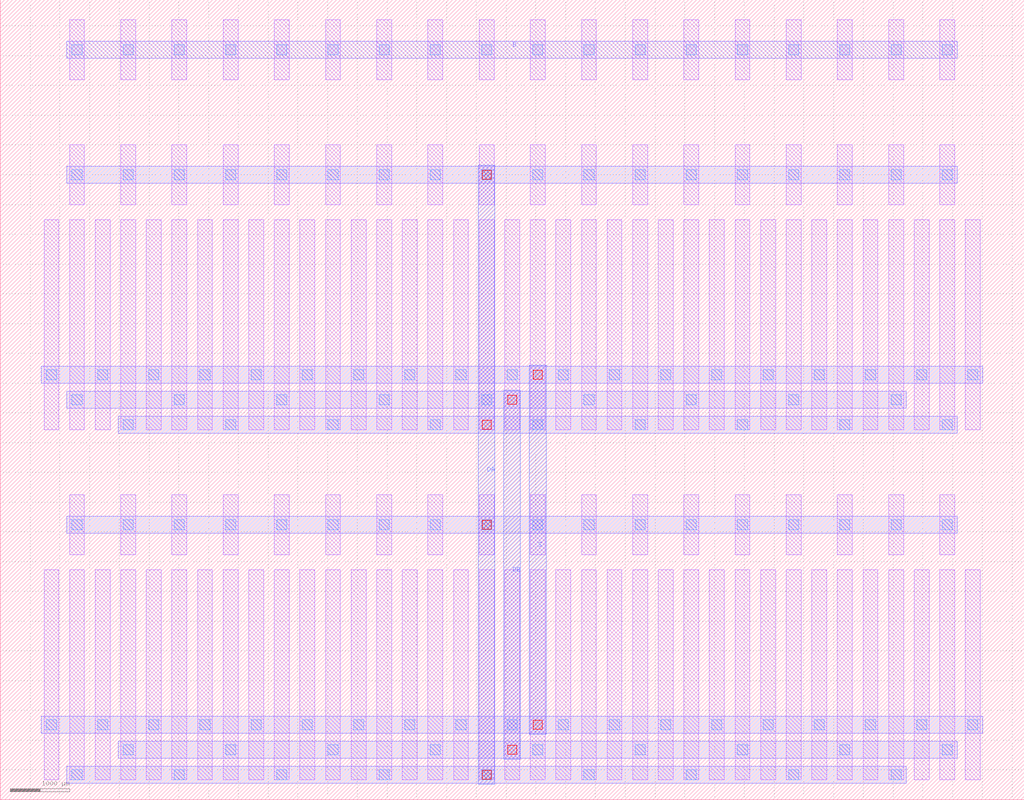
<source format=lef>
MACRO SCM_NMOS_B_8106910_X9_Y2
  UNITS 
    DATABASE MICRONS UNITS 1000;
  END UNITS 
  ORIGIN 0 0 ;
  FOREIGN SCM_NMOS_B_8106910_X9_Y2 0 0 ;
  SIZE 17200 BY 13440 ;
  PIN B
    DIRECTION INOUT ;
    USE SIGNAL ;
    PORT
      LAYER M2 ;
        RECT 1120 12460 16080 12740 ;
    END
  END B
  PIN DA
    DIRECTION INOUT ;
    USE SIGNAL ;
    PORT
      LAYER M3 ;
        RECT 8030 260 8310 10660 ;
    END
  END DA
  PIN DB
    DIRECTION INOUT ;
    USE SIGNAL ;
    PORT
      LAYER M3 ;
        RECT 8460 680 8740 6880 ;
    END
  END DB
  PIN S
    DIRECTION INOUT ;
    USE SIGNAL ;
    PORT
      LAYER M3 ;
        RECT 8890 1100 9170 7300 ;
    END
  END S
  OBS
    LAYER M1 ;
      RECT 1165 335 1415 3865 ;
    LAYER M1 ;
      RECT 1165 4115 1415 5125 ;
    LAYER M1 ;
      RECT 1165 6215 1415 9745 ;
    LAYER M1 ;
      RECT 1165 9995 1415 11005 ;
    LAYER M1 ;
      RECT 1165 12095 1415 13105 ;
    LAYER M1 ;
      RECT 735 335 985 3865 ;
    LAYER M1 ;
      RECT 735 6215 985 9745 ;
    LAYER M1 ;
      RECT 1595 335 1845 3865 ;
    LAYER M1 ;
      RECT 1595 6215 1845 9745 ;
    LAYER M1 ;
      RECT 2025 335 2275 3865 ;
    LAYER M1 ;
      RECT 2025 4115 2275 5125 ;
    LAYER M1 ;
      RECT 2025 6215 2275 9745 ;
    LAYER M1 ;
      RECT 2025 9995 2275 11005 ;
    LAYER M1 ;
      RECT 2025 12095 2275 13105 ;
    LAYER M1 ;
      RECT 2455 335 2705 3865 ;
    LAYER M1 ;
      RECT 2455 6215 2705 9745 ;
    LAYER M1 ;
      RECT 2885 335 3135 3865 ;
    LAYER M1 ;
      RECT 2885 4115 3135 5125 ;
    LAYER M1 ;
      RECT 2885 6215 3135 9745 ;
    LAYER M1 ;
      RECT 2885 9995 3135 11005 ;
    LAYER M1 ;
      RECT 2885 12095 3135 13105 ;
    LAYER M1 ;
      RECT 3315 335 3565 3865 ;
    LAYER M1 ;
      RECT 3315 6215 3565 9745 ;
    LAYER M1 ;
      RECT 3745 335 3995 3865 ;
    LAYER M1 ;
      RECT 3745 4115 3995 5125 ;
    LAYER M1 ;
      RECT 3745 6215 3995 9745 ;
    LAYER M1 ;
      RECT 3745 9995 3995 11005 ;
    LAYER M1 ;
      RECT 3745 12095 3995 13105 ;
    LAYER M1 ;
      RECT 4175 335 4425 3865 ;
    LAYER M1 ;
      RECT 4175 6215 4425 9745 ;
    LAYER M1 ;
      RECT 4605 335 4855 3865 ;
    LAYER M1 ;
      RECT 4605 4115 4855 5125 ;
    LAYER M1 ;
      RECT 4605 6215 4855 9745 ;
    LAYER M1 ;
      RECT 4605 9995 4855 11005 ;
    LAYER M1 ;
      RECT 4605 12095 4855 13105 ;
    LAYER M1 ;
      RECT 5035 335 5285 3865 ;
    LAYER M1 ;
      RECT 5035 6215 5285 9745 ;
    LAYER M1 ;
      RECT 5465 335 5715 3865 ;
    LAYER M1 ;
      RECT 5465 4115 5715 5125 ;
    LAYER M1 ;
      RECT 5465 6215 5715 9745 ;
    LAYER M1 ;
      RECT 5465 9995 5715 11005 ;
    LAYER M1 ;
      RECT 5465 12095 5715 13105 ;
    LAYER M1 ;
      RECT 5895 335 6145 3865 ;
    LAYER M1 ;
      RECT 5895 6215 6145 9745 ;
    LAYER M1 ;
      RECT 6325 335 6575 3865 ;
    LAYER M1 ;
      RECT 6325 4115 6575 5125 ;
    LAYER M1 ;
      RECT 6325 6215 6575 9745 ;
    LAYER M1 ;
      RECT 6325 9995 6575 11005 ;
    LAYER M1 ;
      RECT 6325 12095 6575 13105 ;
    LAYER M1 ;
      RECT 6755 335 7005 3865 ;
    LAYER M1 ;
      RECT 6755 6215 7005 9745 ;
    LAYER M1 ;
      RECT 7185 335 7435 3865 ;
    LAYER M1 ;
      RECT 7185 4115 7435 5125 ;
    LAYER M1 ;
      RECT 7185 6215 7435 9745 ;
    LAYER M1 ;
      RECT 7185 9995 7435 11005 ;
    LAYER M1 ;
      RECT 7185 12095 7435 13105 ;
    LAYER M1 ;
      RECT 7615 335 7865 3865 ;
    LAYER M1 ;
      RECT 7615 6215 7865 9745 ;
    LAYER M1 ;
      RECT 8045 335 8295 3865 ;
    LAYER M1 ;
      RECT 8045 4115 8295 5125 ;
    LAYER M1 ;
      RECT 8045 6215 8295 9745 ;
    LAYER M1 ;
      RECT 8045 9995 8295 11005 ;
    LAYER M1 ;
      RECT 8045 12095 8295 13105 ;
    LAYER M1 ;
      RECT 8475 335 8725 3865 ;
    LAYER M1 ;
      RECT 8475 6215 8725 9745 ;
    LAYER M1 ;
      RECT 8905 335 9155 3865 ;
    LAYER M1 ;
      RECT 8905 4115 9155 5125 ;
    LAYER M1 ;
      RECT 8905 6215 9155 9745 ;
    LAYER M1 ;
      RECT 8905 9995 9155 11005 ;
    LAYER M1 ;
      RECT 8905 12095 9155 13105 ;
    LAYER M1 ;
      RECT 9335 335 9585 3865 ;
    LAYER M1 ;
      RECT 9335 6215 9585 9745 ;
    LAYER M1 ;
      RECT 9765 335 10015 3865 ;
    LAYER M1 ;
      RECT 9765 4115 10015 5125 ;
    LAYER M1 ;
      RECT 9765 6215 10015 9745 ;
    LAYER M1 ;
      RECT 9765 9995 10015 11005 ;
    LAYER M1 ;
      RECT 9765 12095 10015 13105 ;
    LAYER M1 ;
      RECT 10195 335 10445 3865 ;
    LAYER M1 ;
      RECT 10195 6215 10445 9745 ;
    LAYER M1 ;
      RECT 10625 335 10875 3865 ;
    LAYER M1 ;
      RECT 10625 4115 10875 5125 ;
    LAYER M1 ;
      RECT 10625 6215 10875 9745 ;
    LAYER M1 ;
      RECT 10625 9995 10875 11005 ;
    LAYER M1 ;
      RECT 10625 12095 10875 13105 ;
    LAYER M1 ;
      RECT 11055 335 11305 3865 ;
    LAYER M1 ;
      RECT 11055 6215 11305 9745 ;
    LAYER M1 ;
      RECT 11485 335 11735 3865 ;
    LAYER M1 ;
      RECT 11485 4115 11735 5125 ;
    LAYER M1 ;
      RECT 11485 6215 11735 9745 ;
    LAYER M1 ;
      RECT 11485 9995 11735 11005 ;
    LAYER M1 ;
      RECT 11485 12095 11735 13105 ;
    LAYER M1 ;
      RECT 11915 335 12165 3865 ;
    LAYER M1 ;
      RECT 11915 6215 12165 9745 ;
    LAYER M1 ;
      RECT 12345 335 12595 3865 ;
    LAYER M1 ;
      RECT 12345 4115 12595 5125 ;
    LAYER M1 ;
      RECT 12345 6215 12595 9745 ;
    LAYER M1 ;
      RECT 12345 9995 12595 11005 ;
    LAYER M1 ;
      RECT 12345 12095 12595 13105 ;
    LAYER M1 ;
      RECT 12775 335 13025 3865 ;
    LAYER M1 ;
      RECT 12775 6215 13025 9745 ;
    LAYER M1 ;
      RECT 13205 335 13455 3865 ;
    LAYER M1 ;
      RECT 13205 4115 13455 5125 ;
    LAYER M1 ;
      RECT 13205 6215 13455 9745 ;
    LAYER M1 ;
      RECT 13205 9995 13455 11005 ;
    LAYER M1 ;
      RECT 13205 12095 13455 13105 ;
    LAYER M1 ;
      RECT 13635 335 13885 3865 ;
    LAYER M1 ;
      RECT 13635 6215 13885 9745 ;
    LAYER M1 ;
      RECT 14065 335 14315 3865 ;
    LAYER M1 ;
      RECT 14065 4115 14315 5125 ;
    LAYER M1 ;
      RECT 14065 6215 14315 9745 ;
    LAYER M1 ;
      RECT 14065 9995 14315 11005 ;
    LAYER M1 ;
      RECT 14065 12095 14315 13105 ;
    LAYER M1 ;
      RECT 14495 335 14745 3865 ;
    LAYER M1 ;
      RECT 14495 6215 14745 9745 ;
    LAYER M1 ;
      RECT 14925 335 15175 3865 ;
    LAYER M1 ;
      RECT 14925 4115 15175 5125 ;
    LAYER M1 ;
      RECT 14925 6215 15175 9745 ;
    LAYER M1 ;
      RECT 14925 9995 15175 11005 ;
    LAYER M1 ;
      RECT 14925 12095 15175 13105 ;
    LAYER M1 ;
      RECT 15355 335 15605 3865 ;
    LAYER M1 ;
      RECT 15355 6215 15605 9745 ;
    LAYER M1 ;
      RECT 15785 335 16035 3865 ;
    LAYER M1 ;
      RECT 15785 4115 16035 5125 ;
    LAYER M1 ;
      RECT 15785 6215 16035 9745 ;
    LAYER M1 ;
      RECT 15785 9995 16035 11005 ;
    LAYER M1 ;
      RECT 15785 12095 16035 13105 ;
    LAYER M1 ;
      RECT 16215 335 16465 3865 ;
    LAYER M1 ;
      RECT 16215 6215 16465 9745 ;
    LAYER M2 ;
      RECT 1120 4480 16080 4760 ;
    LAYER M2 ;
      RECT 1120 280 15220 560 ;
    LAYER M2 ;
      RECT 1980 700 16080 980 ;
    LAYER M2 ;
      RECT 690 1120 16510 1400 ;
    LAYER M2 ;
      RECT 1980 6160 16080 6440 ;
    LAYER M2 ;
      RECT 1120 10360 16080 10640 ;
    LAYER M2 ;
      RECT 1120 6580 15220 6860 ;
    LAYER M2 ;
      RECT 690 7000 16510 7280 ;
    LAYER V1 ;
      RECT 13245 335 13415 505 ;
    LAYER V1 ;
      RECT 13245 4535 13415 4705 ;
    LAYER V1 ;
      RECT 13245 6635 13415 6805 ;
    LAYER V1 ;
      RECT 13245 10415 13415 10585 ;
    LAYER V1 ;
      RECT 13245 12515 13415 12685 ;
    LAYER V1 ;
      RECT 14105 755 14275 925 ;
    LAYER V1 ;
      RECT 14105 4535 14275 4705 ;
    LAYER V1 ;
      RECT 14105 6215 14275 6385 ;
    LAYER V1 ;
      RECT 14105 10415 14275 10585 ;
    LAYER V1 ;
      RECT 14105 12515 14275 12685 ;
    LAYER V1 ;
      RECT 1205 335 1375 505 ;
    LAYER V1 ;
      RECT 1205 4535 1375 4705 ;
    LAYER V1 ;
      RECT 1205 6635 1375 6805 ;
    LAYER V1 ;
      RECT 1205 10415 1375 10585 ;
    LAYER V1 ;
      RECT 1205 12515 1375 12685 ;
    LAYER V1 ;
      RECT 14965 335 15135 505 ;
    LAYER V1 ;
      RECT 14965 4535 15135 4705 ;
    LAYER V1 ;
      RECT 14965 6635 15135 6805 ;
    LAYER V1 ;
      RECT 14965 10415 15135 10585 ;
    LAYER V1 ;
      RECT 14965 12515 15135 12685 ;
    LAYER V1 ;
      RECT 2065 755 2235 925 ;
    LAYER V1 ;
      RECT 2065 4535 2235 4705 ;
    LAYER V1 ;
      RECT 2065 6215 2235 6385 ;
    LAYER V1 ;
      RECT 2065 10415 2235 10585 ;
    LAYER V1 ;
      RECT 2065 12515 2235 12685 ;
    LAYER V1 ;
      RECT 15825 755 15995 925 ;
    LAYER V1 ;
      RECT 15825 4535 15995 4705 ;
    LAYER V1 ;
      RECT 15825 6215 15995 6385 ;
    LAYER V1 ;
      RECT 15825 10415 15995 10585 ;
    LAYER V1 ;
      RECT 15825 12515 15995 12685 ;
    LAYER V1 ;
      RECT 2925 335 3095 505 ;
    LAYER V1 ;
      RECT 2925 4535 3095 4705 ;
    LAYER V1 ;
      RECT 2925 6635 3095 6805 ;
    LAYER V1 ;
      RECT 2925 10415 3095 10585 ;
    LAYER V1 ;
      RECT 2925 12515 3095 12685 ;
    LAYER V1 ;
      RECT 3785 755 3955 925 ;
    LAYER V1 ;
      RECT 3785 4535 3955 4705 ;
    LAYER V1 ;
      RECT 3785 6215 3955 6385 ;
    LAYER V1 ;
      RECT 3785 10415 3955 10585 ;
    LAYER V1 ;
      RECT 3785 12515 3955 12685 ;
    LAYER V1 ;
      RECT 4645 335 4815 505 ;
    LAYER V1 ;
      RECT 4645 4535 4815 4705 ;
    LAYER V1 ;
      RECT 4645 6635 4815 6805 ;
    LAYER V1 ;
      RECT 4645 10415 4815 10585 ;
    LAYER V1 ;
      RECT 4645 12515 4815 12685 ;
    LAYER V1 ;
      RECT 5505 755 5675 925 ;
    LAYER V1 ;
      RECT 5505 4535 5675 4705 ;
    LAYER V1 ;
      RECT 5505 6215 5675 6385 ;
    LAYER V1 ;
      RECT 5505 10415 5675 10585 ;
    LAYER V1 ;
      RECT 5505 12515 5675 12685 ;
    LAYER V1 ;
      RECT 6365 335 6535 505 ;
    LAYER V1 ;
      RECT 6365 4535 6535 4705 ;
    LAYER V1 ;
      RECT 6365 6635 6535 6805 ;
    LAYER V1 ;
      RECT 6365 10415 6535 10585 ;
    LAYER V1 ;
      RECT 6365 12515 6535 12685 ;
    LAYER V1 ;
      RECT 7225 755 7395 925 ;
    LAYER V1 ;
      RECT 7225 4535 7395 4705 ;
    LAYER V1 ;
      RECT 7225 6215 7395 6385 ;
    LAYER V1 ;
      RECT 7225 10415 7395 10585 ;
    LAYER V1 ;
      RECT 7225 12515 7395 12685 ;
    LAYER V1 ;
      RECT 8085 335 8255 505 ;
    LAYER V1 ;
      RECT 8085 4535 8255 4705 ;
    LAYER V1 ;
      RECT 8085 6635 8255 6805 ;
    LAYER V1 ;
      RECT 8085 10415 8255 10585 ;
    LAYER V1 ;
      RECT 8085 12515 8255 12685 ;
    LAYER V1 ;
      RECT 8945 755 9115 925 ;
    LAYER V1 ;
      RECT 8945 4535 9115 4705 ;
    LAYER V1 ;
      RECT 8945 6215 9115 6385 ;
    LAYER V1 ;
      RECT 8945 10415 9115 10585 ;
    LAYER V1 ;
      RECT 8945 12515 9115 12685 ;
    LAYER V1 ;
      RECT 9805 335 9975 505 ;
    LAYER V1 ;
      RECT 9805 4535 9975 4705 ;
    LAYER V1 ;
      RECT 9805 6635 9975 6805 ;
    LAYER V1 ;
      RECT 9805 10415 9975 10585 ;
    LAYER V1 ;
      RECT 9805 12515 9975 12685 ;
    LAYER V1 ;
      RECT 10665 755 10835 925 ;
    LAYER V1 ;
      RECT 10665 4535 10835 4705 ;
    LAYER V1 ;
      RECT 10665 6215 10835 6385 ;
    LAYER V1 ;
      RECT 10665 10415 10835 10585 ;
    LAYER V1 ;
      RECT 10665 12515 10835 12685 ;
    LAYER V1 ;
      RECT 11525 335 11695 505 ;
    LAYER V1 ;
      RECT 11525 4535 11695 4705 ;
    LAYER V1 ;
      RECT 11525 6635 11695 6805 ;
    LAYER V1 ;
      RECT 11525 10415 11695 10585 ;
    LAYER V1 ;
      RECT 11525 12515 11695 12685 ;
    LAYER V1 ;
      RECT 12385 755 12555 925 ;
    LAYER V1 ;
      RECT 12385 4535 12555 4705 ;
    LAYER V1 ;
      RECT 12385 6215 12555 6385 ;
    LAYER V1 ;
      RECT 12385 10415 12555 10585 ;
    LAYER V1 ;
      RECT 12385 12515 12555 12685 ;
    LAYER V1 ;
      RECT 775 1175 945 1345 ;
    LAYER V1 ;
      RECT 775 7055 945 7225 ;
    LAYER V1 ;
      RECT 1635 1175 1805 1345 ;
    LAYER V1 ;
      RECT 1635 7055 1805 7225 ;
    LAYER V1 ;
      RECT 2495 1175 2665 1345 ;
    LAYER V1 ;
      RECT 2495 7055 2665 7225 ;
    LAYER V1 ;
      RECT 3355 1175 3525 1345 ;
    LAYER V1 ;
      RECT 3355 7055 3525 7225 ;
    LAYER V1 ;
      RECT 4215 1175 4385 1345 ;
    LAYER V1 ;
      RECT 4215 7055 4385 7225 ;
    LAYER V1 ;
      RECT 5075 1175 5245 1345 ;
    LAYER V1 ;
      RECT 5075 7055 5245 7225 ;
    LAYER V1 ;
      RECT 5935 1175 6105 1345 ;
    LAYER V1 ;
      RECT 5935 7055 6105 7225 ;
    LAYER V1 ;
      RECT 6795 1175 6965 1345 ;
    LAYER V1 ;
      RECT 6795 7055 6965 7225 ;
    LAYER V1 ;
      RECT 7655 1175 7825 1345 ;
    LAYER V1 ;
      RECT 7655 7055 7825 7225 ;
    LAYER V1 ;
      RECT 8515 1175 8685 1345 ;
    LAYER V1 ;
      RECT 8515 7055 8685 7225 ;
    LAYER V1 ;
      RECT 9375 1175 9545 1345 ;
    LAYER V1 ;
      RECT 9375 7055 9545 7225 ;
    LAYER V1 ;
      RECT 10235 1175 10405 1345 ;
    LAYER V1 ;
      RECT 10235 7055 10405 7225 ;
    LAYER V1 ;
      RECT 11095 1175 11265 1345 ;
    LAYER V1 ;
      RECT 11095 7055 11265 7225 ;
    LAYER V1 ;
      RECT 11955 1175 12125 1345 ;
    LAYER V1 ;
      RECT 11955 7055 12125 7225 ;
    LAYER V1 ;
      RECT 12815 1175 12985 1345 ;
    LAYER V1 ;
      RECT 12815 7055 12985 7225 ;
    LAYER V1 ;
      RECT 13675 1175 13845 1345 ;
    LAYER V1 ;
      RECT 13675 7055 13845 7225 ;
    LAYER V1 ;
      RECT 14535 1175 14705 1345 ;
    LAYER V1 ;
      RECT 14535 7055 14705 7225 ;
    LAYER V1 ;
      RECT 15395 1175 15565 1345 ;
    LAYER V1 ;
      RECT 15395 7055 15565 7225 ;
    LAYER V1 ;
      RECT 16255 1175 16425 1345 ;
    LAYER V1 ;
      RECT 16255 7055 16425 7225 ;
    LAYER V2 ;
      RECT 8095 345 8245 495 ;
    LAYER V2 ;
      RECT 8095 4545 8245 4695 ;
    LAYER V2 ;
      RECT 8095 6225 8245 6375 ;
    LAYER V2 ;
      RECT 8095 10425 8245 10575 ;
    LAYER V2 ;
      RECT 8525 765 8675 915 ;
    LAYER V2 ;
      RECT 8525 6645 8675 6795 ;
    LAYER V2 ;
      RECT 8955 1185 9105 1335 ;
    LAYER V2 ;
      RECT 8955 7065 9105 7215 ;
  END
END SCM_NMOS_B_8106910_X9_Y2

</source>
